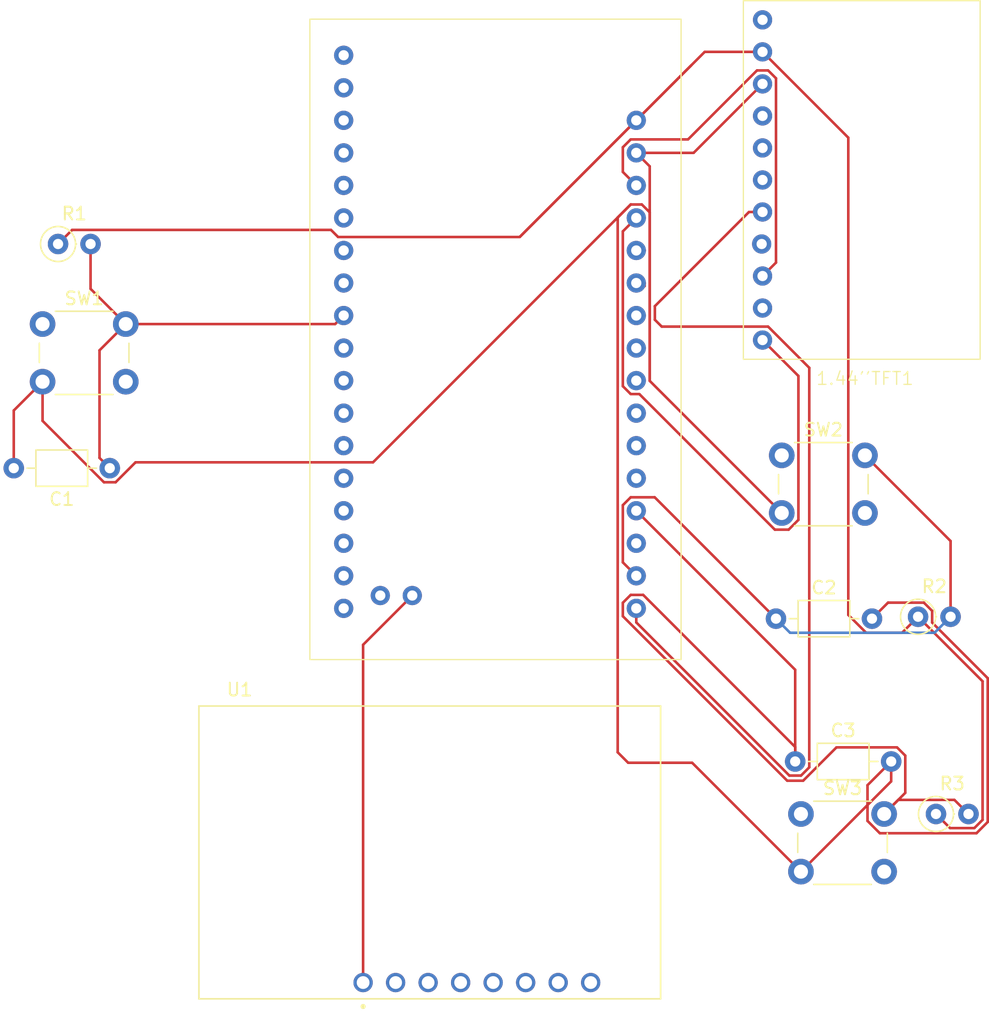
<source format=kicad_pcb>
(kicad_pcb (version 20241229) (generator "pcbnew") (generator_version "9.0")
  (layers (0 "F.Cu" signal) (2 "B.Cu" signal) (13 "F.Paste" user) (15 "B.Paste" user) (5 "F.SilkS" user "F.Silkscreen") (7 "B.SilkS" user "B.Silkscreen") (1 "F.Mask" user) (3 "B.Mask" user) (25 "Edge.Cuts" user))
  (net 0 "")
  (net 3 "/25")
  (net 4 "+3.3V")
  (net 5 "/27")
  (net 7 "/28")
  (net 8 "/26")
  (net 9 "/23")
  (net 10 "/GND")
  (net 12 "/9")
  (net 13 "/38")
  (net 22 "+5V")
  (net 38 "/TEST")
  (footprint "capstone:SW_PUSH_6mm" (layer "F.Cu") (at 153 135)
    (property "Reference" "SW3" (at 3.25 -2 0) (layer "F.SilkS"))
    (property "Value" "SW_push_6mm")
    (fp_line (start -0.25 1.5) (end -0.25 3) (stroke (width 0.12)) (layer "F.SilkS"))
    (fp_line (start 1 5.5) (end 5.5 5.5) (stroke (width 0.12)) (layer "F.SilkS"))
    (fp_line (start 5.5 -1) (end 1 -1) (stroke (width 0.12)) (layer "F.SilkS"))
    (fp_line (start 6.75 3) (end 6.75 1.5) (stroke (width 0.12)) (layer "F.SilkS"))
    (pad "1" thru_hole circle (at 0 0 90) (size 2 2) (drill 1.1) (layers "*.Cu" "*.Mask"))
    (pad "2" thru_hole circle (at 0 4.5 90) (size 2 2) (drill 1.1) (layers "*.Cu" "*.Mask") (net 10 "/GND"))
    (pad "3" thru_hole circle (at 6.5 4.5 90) (size 2 2) (drill 1.1) (layers "*.Cu" "*.Mask"))
    (pad "4" thru_hole circle (at 6.5 0 90) (size 2 2) (drill 1.1) (layers "*.Cu" "*.Mask") (net 38 "/TEST"))
  )
  (footprint "capstone:1.44'' TFT" (layer "F.Cu") (at 150 73)
    (property "Reference" "1.44''TFT1" (at 8 28 0) (layer "F.SilkS") (effects (font (thickness 0.1))))
    (property "Value" "~")
    (fp_rect (start -1.5 -1.5) (end 17 26.5) (stroke (width 0.1)) (fill no) (layer "F.SilkS"))
    (pad "1" thru_hole circle (at 0 0 180) (size 1.5 1.5) (drill 0.8) (layers "*.Cu" "F.Mask"))
    (pad "2" thru_hole circle (at 0 2.5 180) (size 1.5 1.5) (drill 0.8) (layers "*.Cu" "F.Mask") (net 4 "+3.3V"))
    (pad "3" thru_hole circle (at 0 5 180) (size 1.5 1.5) (drill 0.8) (layers "*.Cu" "F.Mask") (net 10 "/GND"))
    (pad "4" thru_hole circle (at 0 7.5 180) (size 1.5 1.5) (drill 0.8) (layers "*.Cu" "F.Mask") (net 8 "/26"))
    (pad "5" thru_hole circle (at 0 10 180) (size 1.5 1.5) (drill 0.8) (layers "*.Cu" "F.Mask"))
    (pad "6" thru_hole circle (at 0 12.5 180) (size 1.5 1.5) (drill 0.8) (layers "*.Cu" "F.Mask") (net 5 "/27"))
    (pad "7" thru_hole circle (at 0 15 180) (size 1.5 1.5) (drill 0.8) (layers "*.Cu" "F.Mask") (net 7 "/28"))
    (pad "8" thru_hole circle (at -0.068127 17.5 180) (size 1.5 1.5) (drill 0.8) (layers "*.Cu" "F.Mask"))
    (pad "9" thru_hole circle (at 0 20 180) (size 1.5 1.5) (drill 0.8) (layers "*.Cu" "F.Mask") (net 9 "/23"))
    (pad "10" thru_hole oval (at 0 22.5 180) (size 1.5 1.5) (drill 0.8) (layers "*.Cu" "F.Mask"))
    (pad "11" thru_hole oval (at 0 25 180) (size 1.5 1.5) (drill 0.8) (layers "*.Cu" "F.Mask") (net 3 "/25"))
  )
  (footprint "capstone:UPduino_v2.1_36pin_corrected" (layer "F.Cu") (at 117.135 78.945)
    (property "Reference" "UpduinoV2.1" (hide yes))
    (property "Value" "~")
    (fp_rect (start -2.5 -6) (end 26.5 44) (stroke (width 0.1)) (fill no) (layer "F.SilkS"))
    (pad "1" thru_hole oval (at 0.14 -3.18 180) (size 1.5 1.5) (drill 0.8) (layers "F.Cu" "F.Mask"))
    (pad "2" thru_hole oval (at 0.14 -0.64 180) (size 1.5 1.5) (drill 0.8) (layers "F.Cu" "F.Mask"))
    (pad "3" thru_hole oval (at 0.14 1.9 180) (size 1.5 1.5) (drill 0.8) (layers "F.Cu" "F.Mask"))
    (pad "4" thru_hole oval (at 0.14 4.44 180) (size 1.5 1.5) (drill 0.8) (layers "F.Cu" "F.Mask"))
    (pad "5" thru_hole oval (at 0.14 6.98 180) (size 1.5 1.5) (drill 0.8) (layers "F.Cu" "F.Mask"))
    (pad "6" thru_hole oval (at 0.14 9.52 180) (size 1.5 1.5) (drill 0.8) (layers "F.Cu" "F.Mask"))
    (pad "7" thru_hole oval (at 0.14 12.06 180) (size 1.5 1.5) (drill 0.8) (layers "F.Cu" "F.Mask"))
    (pad "8" thru_hole oval (at 0.14 14.6 180) (size 1.5 1.5) (drill 0.8) (layers "F.Cu" "F.Mask"))
    (pad "9" thru_hole oval (at 0.14 17.14 180) (size 1.5 1.5) (drill 0.8) (layers "F.Cu" "F.Mask") (net 12 "/9"))
    (pad "10" thru_hole oval (at 0.14 19.68 180) (size 1.5 1.5) (drill 0.8) (layers "F.Cu" "F.Mask"))
    (pad "11" thru_hole oval (at 0.14 22.22 180) (size 1.5 1.5) (drill 0.8) (layers "F.Cu" "F.Mask"))
    (pad "12" thru_hole oval (at 0.14 24.76 180) (size 1.5 1.5) (drill 0.8) (layers "F.Cu" "F.Mask"))
    (pad "13" thru_hole oval (at 0.14 27.3 180) (size 1.5 1.5) (drill 0.8) (layers "F.Cu" "F.Mask"))
    (pad "14" thru_hole oval (at 0.14 29.84 180) (size 1.5 1.5) (drill 0.8) (layers "F.Cu" "F.Mask"))
    (pad "15" thru_hole oval (at 0.14 32.38 180) (size 1.5 1.5) (drill 0.8) (layers "F.Cu" "F.Mask"))
    (pad "16" thru_hole oval (at 0.14 34.92 180) (size 1.5 1.5) (drill 0.8) (layers "F.Cu" "F.Mask"))
    (pad "17" thru_hole oval (at 0.14 37.46 180) (size 1.5 1.5) (drill 0.8) (layers "F.Cu" "F.Mask"))
    (pad "18" thru_hole circle (at 0.14 40 180) (size 1.5 1.5) (drill 0.8) (layers "*.Cu" "F.Mask"))
    (pad "19" thru_hole oval (at 23 1.9 180) (size 1.5 1.5) (drill 0.8) (layers "F.Cu" "F.Mask") (net 4 "+3.3V"))
    (pad "20" thru_hole oval (at 23 4.44 180) (size 1.5 1.5) (drill 0.8) (layers "F.Cu" "F.Mask") (net 10 "/GND"))
    (pad "21" thru_hole oval (at 23 6.98 180) (size 1.5 1.5) (drill 0.8) (layers "F.Cu" "F.Mask") (net 9 "/23"))
    (pad "22" thru_hole oval (at 23 9.52 180) (size 1.5 1.5) (drill 0.8) (layers "F.Cu" "F.Mask") (net 3 "/25"))
    (pad "23" thru_hole oval (at 23 12.06 180) (size 1.5 1.5) (drill 0.8) (layers "F.Cu" "F.Mask") (net 8 "/26"))
    (pad "24" thru_hole oval (at 23 14.6 180) (size 1.5 1.5) (drill 0.8) (layers "F.Cu" "F.Mask") (net 5 "/27"))
    (pad "25" thru_hole oval (at 23 17.14 180) (size 1.5 1.5) (drill 0.8) (layers "F.Cu" "F.Mask"))
    (pad "26" thru_hole oval (at 23 19.68 180) (size 1.5 1.5) (drill 0.8) (layers "F.Cu" "F.Mask"))
    (pad "27" thru_hole oval (at 23 22.22 180) (size 1.5 1.5) (drill 0.8) (layers "F.Cu" "F.Mask"))
    (pad "28" thru_hole oval (at 23 24.76 180) (size 1.5 1.5) (drill 0.8) (layers "F.Cu" "F.Mask"))
    (pad "29" thru_hole oval (at 23 27.3 180) (size 1.5 1.5) (drill 0.8) (layers "F.Cu" "F.Mask"))
    (pad "30" thru_hole oval (at 23 29.84 180) (size 1.5 1.5) (drill 0.8) (layers "F.Cu" "F.Mask"))
    (pad "31" thru_hole oval (at 23 32.38 180) (size 1.5 1.5) (drill 0.8) (layers "F.Cu" "F.Mask") (net 38 "/TEST"))
    (pad "32" thru_hole oval (at 23 34.92 180) (size 1.5 1.5) (drill 0.8) (layers "F.Cu" "F.Mask"))
    (pad "33" thru_hole oval (at 23 37.46 180) (size 1.5 1.5) (drill 0.8) (layers "F.Cu" "F.Mask") (net 13 "/38"))
    (pad "34" thru_hole circle (at 23 40 180) (size 1.5 1.5) (drill 0.8) (layers "*.Cu" "F.Mask") (net 7 "/28"))
    (pad "35" thru_hole oval (at 3 39 180) (size 1.5 1.5) (drill 0.8) (layers "*.Cu" "F.Mask") (net 10 "/GND"))
    (pad "36" thru_hole oval (at 5.5 39 180) (size 1.5 1.5) (drill 0.8) (layers "*.Cu" "F.Mask") (net 22 "+5V"))
  )
  (footprint "capstone:MODULE_PowerBoost 500 Charger" (layer "F.Cu") (at 124 138)
    (property "Reference" "U1" (at -14.859 -12.705 0) (layer "F.SilkS"))
    (property "Value" "2465")
    (fp_line (start -18.034 -11.43) (end 18.034 -11.43) (stroke (width 0.127)) (layer "F.SilkS"))
    (fp_line (start -18.034 11.43) (end -18.034 -11.43) (stroke (width 0.127)) (layer "F.SilkS"))
    (fp_line (start 18.034 -11.43) (end 18.034 11.43) (stroke (width 0.127)) (layer "F.SilkS"))
    (fp_line (start 18.034 11.43) (end -18.034 11.43) (stroke (width 0.127)) (layer "F.SilkS"))
    (fp_circle (center -5.207 12.03) (end -5.107 12.03) (stroke (width 0.2)) (fill no) (layer "F.SilkS"))
    (pad "1" thru_hole circle (at -5.207 10.16) (size 1.508 1.508) (drill 1) (layers "*.Cu" "*.Mask") (net 22 "+5V"))
    (pad "2" thru_hole circle (at -2.667 10.16) (size 1.508 1.508) (drill 1) (layers "*.Cu" "*.Mask") (net 10 "/GND"))
    (pad "3" thru_hole circle (at -0.127 10.16) (size 1.508 1.508) (drill 1) (layers "*.Cu" "*.Mask"))
    (pad "4" thru_hole circle (at 2.413 10.16) (size 1.508 1.508) (drill 1) (layers "*.Cu" "*.Mask"))
    (pad "5" thru_hole circle (at 4.953 10.16) (size 1.508 1.508) (drill 1) (layers "*.Cu" "*.Mask"))
    (pad "6" thru_hole circle (at 7.493 10.16) (size 1.508 1.508) (drill 1) (layers "*.Cu" "*.Mask"))
    (pad "7" thru_hole circle (at 10.033 10.16) (size 1.508 1.508) (drill 1) (layers "*.Cu" "*.Mask"))
    (pad "8" thru_hole circle (at 12.573 10.16) (size 1.508 1.508) (drill 1) (layers "*.Cu" "*.Mask"))
  )
  (footprint "Capacitor_THT:C_Axial_L3.8mm_D2.6mm_P7.50mm_Horizontal" (layer "F.Cu") (at 99 108 180)
    (property "Reference" "C1" (at 3.75 -2.42 0) (layer "F.SilkS"))
    (property "Value" "C")
    (fp_line (start 6.46 0) (end 5.77 0) (stroke (width 0.12)) (layer "F.SilkS"))
    (fp_line (start 1.04 0) (end 1.73 0) (stroke (width 0.12)) (layer "F.SilkS"))
    (fp_rect (start 1.73 -1.42) (end 5.77 1.42) (stroke (width 0.12)) (fill no) (layer "F.SilkS"))
    (pad "1" thru_hole circle (at 0 0 180) (size 1.6 1.6) (drill 0.8) (layers "*.Cu" "*.Mask") (net 12 "/9"))
    (pad "2" thru_hole circle (at 7.5 0 180) (size 1.6 1.6) (drill 0.8) (layers "*.Cu" "*.Mask") (net 10 "/GND"))
  )
  (footprint "capstone:SW_PUSH_6mm" (layer "F.Cu") (at 151.5 107)
    (property "Reference" "SW2" (at 3.25 -2 0) (layer "F.SilkS"))
    (property "Value" "SW_push_6mm")
    (fp_line (start -0.25 1.5) (end -0.25 3) (stroke (width 0.12)) (layer "F.SilkS"))
    (fp_line (start 1 5.5) (end 5.5 5.5) (stroke (width 0.12)) (layer "F.SilkS"))
    (fp_line (start 5.5 -1) (end 1 -1) (stroke (width 0.12)) (layer "F.SilkS"))
    (fp_line (start 6.75 3) (end 6.75 1.5) (stroke (width 0.12)) (layer "F.SilkS"))
    (pad "1" thru_hole circle (at 0 0 90) (size 2 2) (drill 1.1) (layers "*.Cu" "*.Mask"))
    (pad "2" thru_hole circle (at 0 4.5 90) (size 2 2) (drill 1.1) (layers "*.Cu" "*.Mask") (net 10 "/GND"))
    (pad "3" thru_hole circle (at 6.5 4.5 90) (size 2 2) (drill 1.1) (layers "*.Cu" "*.Mask"))
    (pad "4" thru_hole circle (at 6.5 0 90) (size 2 2) (drill 1.1) (layers "*.Cu" "*.Mask") (net 13 "/38"))
  )
  (footprint "Resistor_THT:R_Axial_DIN0207_L6.3mm_D2.5mm_P2.54mm_Vertical" (layer "F.Cu") (at 162.15 119.6)
    (property "Reference" "R2" (at 1.27 -2.37 0) (layer "F.SilkS"))
    (property "Value" "R")
    (fp_line (start 1.37 0) (end 1.44 0) (stroke (width 0.12)) (layer "F.SilkS"))
    (fp_circle (center 0 0) (end 1.37 0) (stroke (width 0.12)) (fill no) (layer "F.SilkS"))
    (pad "1" thru_hole circle (at 0 0) (size 1.6 1.6) (drill 0.8) (layers "*.Cu" "*.Mask") (net 4 "+3.3V"))
    (pad "2" thru_hole circle (at 2.54 0) (size 1.6 1.6) (drill 0.8) (layers "*.Cu" "*.Mask") (net 13 "/38"))
  )
  (footprint "capstone:SW_PUSH_6mm" (layer "F.Cu") (at 93.75 96.75)
    (property "Reference" "SW1" (at 3.25 -2 0) (layer "F.SilkS"))
    (property "Value" "SW_push_6mm")
    (fp_line (start -0.25 1.5) (end -0.25 3) (stroke (width 0.12)) (layer "F.SilkS"))
    (fp_line (start 1 5.5) (end 5.5 5.5) (stroke (width 0.12)) (layer "F.SilkS"))
    (fp_line (start 5.5 -1) (end 1 -1) (stroke (width 0.12)) (layer "F.SilkS"))
    (fp_line (start 6.75 3) (end 6.75 1.5) (stroke (width 0.12)) (layer "F.SilkS"))
    (pad "1" thru_hole circle (at 0 0 90) (size 2 2) (drill 1.1) (layers "*.Cu" "*.Mask"))
    (pad "2" thru_hole circle (at 0 4.5 90) (size 2 2) (drill 1.1) (layers "*.Cu" "*.Mask") (net 10 "/GND"))
    (pad "3" thru_hole circle (at 6.5 4.5 90) (size 2 2) (drill 1.1) (layers "*.Cu" "*.Mask"))
    (pad "4" thru_hole circle (at 6.5 0 90) (size 2 2) (drill 1.1) (layers "*.Cu" "*.Mask") (net 12 "/9"))
  )
  (footprint "Capacitor_THT:C_Axial_L3.8mm_D2.6mm_P7.50mm_Horizontal" (layer "F.Cu") (at 151.05 119.75)
    (property "Reference" "C2" (at 3.75 -2.42 0) (layer "F.SilkS"))
    (property "Value" "C")
    (fp_line (start 1.04 0) (end 1.73 0) (stroke (width 0.12)) (layer "F.SilkS"))
    (fp_line (start 6.46 0) (end 5.77 0) (stroke (width 0.12)) (layer "F.SilkS"))
    (fp_rect (start 1.73 -1.42) (end 5.77 1.42) (stroke (width 0.12)) (fill no) (layer "F.SilkS"))
    (pad "1" thru_hole circle (at 0 0) (size 1.6 1.6) (drill 0.8) (layers "*.Cu" "*.Mask") (net 13 "/38"))
    (pad "2" thru_hole circle (at 7.5 0) (size 1.6 1.6) (drill 0.8) (layers "*.Cu" "*.Mask") (net 10 "/GND"))
  )
  (footprint "Resistor_THT:R_Axial_DIN0207_L6.3mm_D2.5mm_P2.54mm_Vertical" (layer "F.Cu") (at 94.96 90.5)
    (property "Reference" "R1" (at 1.27 -2.37 0) (layer "F.SilkS"))
    (property "Value" "R")
    (fp_line (start 1.37 0) (end 1.44 0) (stroke (width 0.12)) (layer "F.SilkS"))
    (fp_circle (center 0 0) (end 1.37 0) (stroke (width 0.12)) (fill no) (layer "F.SilkS"))
    (pad "1" thru_hole circle (at 0 0) (size 1.6 1.6) (drill 0.8) (layers "*.Cu" "*.Mask") (net 4 "+3.3V"))
    (pad "2" thru_hole circle (at 2.54 0) (size 1.6 1.6) (drill 0.8) (layers "*.Cu" "*.Mask") (net 12 "/9"))
  )
  (footprint "Resistor_THT:R_Axial_DIN0207_L6.3mm_D2.5mm_P2.54mm_Vertical" (layer "F.Cu") (at 163.55 135)
    (property "Reference" "R3" (at 1.27 -2.37 0) (layer "F.SilkS"))
    (property "Value" "R")
    (fp_line (start 1.37 0) (end 1.44 0) (stroke (width 0.12)) (layer "F.SilkS"))
    (fp_circle (center 0 0) (end 1.37 0) (stroke (width 0.12)) (fill no) (layer "F.SilkS"))
    (pad "1" thru_hole circle (at 0 0) (size 1.6 1.6) (drill 0.8) (layers "*.Cu" "*.Mask") (net 4 "+3.3V"))
    (pad "2" thru_hole circle (at 2.54 0) (size 1.6 1.6) (drill 0.8) (layers "*.Cu" "*.Mask") (net 38 "/TEST"))
  )
  (footprint "Capacitor_THT:C_Axial_L3.8mm_D2.6mm_P7.50mm_Horizontal" (layer "F.Cu") (at 152.55 130.9)
    (property "Reference" "C3" (at 3.75 -2.42 0) (layer "F.SilkS"))
    (property "Value" "C")
    (fp_line (start 1.04 0) (end 1.73 0) (stroke (width 0.12)) (layer "F.SilkS"))
    (fp_line (start 6.46 0) (end 5.77 0) (stroke (width 0.12)) (layer "F.SilkS"))
    (fp_rect (start 1.73 -1.42) (end 5.77 1.42) (stroke (width 0.12)) (fill no) (layer "F.SilkS"))
    (pad "1" thru_hole circle (at 0 0) (size 1.6 1.6) (drill 0.8) (layers "*.Cu" "*.Mask") (net 38 "/TEST"))
    (pad "2" thru_hole circle (at 7.5 0) (size 1.6 1.6) (drill 0.8) (layers "*.Cu" "*.Mask") (net 10 "/GND"))
  )
  (segment (start 139.084 89.516) (end 139.084 101.600339) (width 0.2) (layer "F.Cu") (net 3))
  (segment (start 152.801 112.038892) (end 152.801 100.801) (width 0.2) (layer "F.Cu") (net 3))
  (segment (start 152.038892 112.801) (end 152.801 112.038892) (width 0.2) (layer "F.Cu") (net 3))
  (segment (start 140.135 88.465) (end 139.084 89.516) (width 0.2) (layer "F.Cu") (net 3))
  (segment (start 150.961108 112.801) (end 152.038892 112.801) (width 0.2) (layer "F.Cu") (net 3))
  (segment (start 140.376108 102.216) (end 150.961108 112.801) (width 0.2) (layer "F.Cu") (net 3))
  (segment (start 139.084 101.600339) (end 139.699661 102.216) (width 0.2) (layer "F.Cu") (net 3))
  (segment (start 152.801 100.801) (end 150 98) (width 0.2) (layer "F.Cu") (net 3))
  (segment (start 139.699661 102.216) (end 140.376108 102.216) (width 0.2) (layer "F.Cu") (net 3))
  (segment (start 166.54605 136.101) (end 167.191 135.45605) (width 0.2) (layer "F.Cu") (net 4))
  (segment (start 160.899 120.851) (end 158.09395 120.851) (width 0.2) (layer "F.Cu") (net 4))
  (segment (start 156.699 119.45605) (end 156.699 82.199) (width 0.2) (layer "F.Cu") (net 4))
  (segment (start 94.96 90.5) (end 96.061 89.399) (width 0.2) (layer "F.Cu") (net 4))
  (segment (start 167.191 135.45605) (end 167.191 124.641) (width 0.2) (layer "F.Cu") (net 4))
  (segment (start 158.09395 120.851) (end 156.699 119.45605) (width 0.2) (layer "F.Cu") (net 4))
  (segment (start 163.55 135) (end 164.651 136.101) (width 0.2) (layer "F.Cu") (net 4))
  (segment (start 131.026 89.954) (end 140.135 80.845) (width 0.2) (layer "F.Cu") (net 4))
  (segment (start 156.699 82.199) (end 150 75.5) (width 0.2) (layer "F.Cu") (net 4))
  (segment (start 162.15 119.6) (end 160.899 120.851) (width 0.2) (layer "F.Cu") (net 4))
  (segment (start 96.061 89.399) (end 116.284661 89.399) (width 0.2) (layer "F.Cu") (net 4))
  (segment (start 164.651 136.101) (end 166.54605 136.101) (width 0.2) (layer "F.Cu") (net 4))
  (segment (start 167.191 124.641) (end 162.15 119.6) (width 0.2) (layer "F.Cu") (net 4))
  (segment (start 150 75.5) (end 145.48 75.5) (width 0.2) (layer "F.Cu") (net 4))
  (segment (start 131.026 89.954) (end 144.432 76.548) (width 0.2) (layer "F.Cu") (net 4))
  (segment (start 116.284661 89.399) (end 116.839661 89.954) (width 0.2) (layer "F.Cu") (net 4))
  (segment (start 145.48 75.5) (end 140.135 80.845) (width 0.2) (layer "F.Cu") (net 4))
  (segment (start 116.839661 89.954) (end 131.026 89.954) (width 0.2) (layer "F.Cu") (net 4))
  (segment (start 140.135 93.545) (end 140.545 93.545) (width 0.2) (layer "F.Cu") (net 5))
  (segment (start 140.785 93.785) (end 140.785 93.545) (width 0.2) (layer "F.Cu") (net 5))
  (segment (start 140.545 93.545) (end 140.785 93.785) (width 0.2) (layer "F.Cu") (net 5))
  (segment (start 148.93934 88) (end 150 88) (width 0.2) (layer "F.Cu") (net 7))
  (segment (start 153.651 131.35605) (end 153.651 100.164661) (width 0.2) (layer "F.Cu") (net 7))
  (segment (start 150.435339 96.949) (end 142.123 96.949) (width 0.2) (layer "F.Cu") (net 7))
  (segment (start 153.00605 132.001) (end 153.651 131.35605) (width 0.2) (layer "F.Cu") (net 7))
  (segment (start 141.587 96.413) (end 141.587 95.35234) (width 0.2) (layer "F.Cu") (net 7))
  (segment (start 152.09395 132.001) (end 153.00605 132.001) (width 0.2) (layer "F.Cu") (net 7))
  (segment (start 140.135 120.04205) (end 152.09395 132.001) (width 0.2) (layer "F.Cu") (net 7))
  (segment (start 140.135 118.945) (end 140.135 120.04205) (width 0.2) (layer "F.Cu") (net 7))
  (segment (start 142.123 96.949) (end 141.587 96.413) (width 0.2) (layer "F.Cu") (net 7))
  (segment (start 153.651 100.164661) (end 150.435339 96.949) (width 0.2) (layer "F.Cu") (net 7))
  (segment (start 141.587 95.35234) (end 148.93934 88) (width 0.2) (layer "F.Cu") (net 7))
  (segment (start 140.785 91.005) (end 140.785 91) (width 0.2) (layer "F.Cu") (net 8))
  (segment (start 140.135 91.005) (end 140.785 91.005) (width 0.2) (layer "F.Cu") (net 8))
  (segment (start 140.135 85.925) (end 139.084 84.874) (width 0.2) (layer "F.Cu") (net 9))
  (segment (start 149.564661 76.949) (end 150.435339 76.949) (width 0.2) (layer "F.Cu") (net 9))
  (segment (start 139.084 82.949661) (end 139.699661 82.334) (width 0.2) (layer "F.Cu") (net 9))
  (segment (start 144.179661 82.334) (end 149.564661 76.949) (width 0.2) (layer "F.Cu") (net 9))
  (segment (start 139.699661 82.334) (end 144.179661 82.334) (width 0.2) (layer "F.Cu") (net 9))
  (segment (start 139.084 84.874) (end 139.084 82.949661) (width 0.2) (layer "F.Cu") (net 9))
  (segment (start 150.435339 76.949) (end 151.051 77.564661) (width 0.2) (layer "F.Cu") (net 9))
  (segment (start 151.051 77.564661) (end 151.051 91.949) (width 0.2) (layer "F.Cu") (net 9))
  (segment (start 151.051 91.949) (end 150 93) (width 0.2) (layer "F.Cu") (net 9))
  (segment (start 167.592 135.62215) (end 167.592 124.39705) (width 0.2) (layer "F.Cu") (net 10))
  (segment (start 98.54395 109.101) (end 99.45605 109.101) (width 0.2) (layer "F.Cu") (net 10))
  (segment (start 99.45605 109.101) (end 101.0131 107.54395) (width 0.2) (layer "F.Cu") (net 10))
  (segment (start 144.5 131) (end 153 139.5) (width 0.2) (layer "F.Cu") (net 10))
  (segment (start 91.5 103.5) (end 91.5 108) (width 0.2) (layer "F.Cu") (net 10))
  (segment (start 153 139.5) (end 160.05 132.45) (width 0.2) (layer "F.Cu") (net 10))
  (segment (start 158.199 132.751) (end 158.199 135.538892) (width 0.2) (layer "F.Cu") (net 10))
  (segment (start 141.186 88.029661) (end 141.186 101.186) (width 0.2) (layer "F.Cu") (net 10))
  (segment (start 160.05 130.9) (end 158.199 132.751) (width 0.2) (layer "F.Cu") (net 10))
  (segment (start 140.570339 87.414) (end 141.186 88.029661) (width 0.2) (layer "F.Cu") (net 10))
  (segment (start 166.71215 136.502) (end 167.592 135.62215) (width 0.2) (layer "F.Cu") (net 10))
  (segment (start 93.75 104.30705) (end 98.54395 109.101) (width 0.2) (layer "F.Cu") (net 10))
  (segment (start 138.683 130.183) (end 139.5 131) (width 0.2) (layer "F.Cu") (net 10))
  (segment (start 162.60605 118.499) (end 159.801 118.499) (width 0.2) (layer "F.Cu") (net 10))
  (segment (start 139.699661 87.414) (end 138.683 88.430661) (width 0.2) (layer "F.Cu") (net 10))
  (segment (start 144.615 83.385) (end 150 78) (width 0.2) (layer "F.Cu") (net 10))
  (segment (start 160.05 132.45) (end 160.05 130.9) (width 0.2) (layer "F.Cu") (net 10))
  (segment (start 138.683 88.430661) (end 138.683 130.183) (width 0.2) (layer "F.Cu") (net 10))
  (segment (start 159.801 118.499) (end 158.55 119.75) (width 0.2) (layer "F.Cu") (net 10))
  (segment (start 139.5 131) (end 144.5 131) (width 0.2) (layer "F.Cu") (net 10))
  (segment (start 101.0131 107.54395) (end 119.569711 107.54395) (width 0.2) (layer "F.Cu") (net 10))
  (segment (start 141.186 101.186) (end 151.5 111.5) (width 0.2) (layer "F.Cu") (net 10))
  (segment (start 163.251 120.05605) (end 163.251 119.14395) (width 0.2) (layer "F.Cu") (net 10))
  (segment (start 158.199 135.538892) (end 159.162108 136.502) (width 0.2) (layer "F.Cu") (net 10))
  (segment (start 163.251 119.14395) (end 162.60605 118.499) (width 0.2) (layer "F.Cu") (net 10))
  (segment (start 167.592 124.39705) (end 163.251 120.05605) (width 0.2) (layer "F.Cu") (net 10))
  (segment (start 140.135 83.385) (end 141.186 84.436) (width 0.2) (layer "F.Cu") (net 10))
  (segment (start 93.75 101.25) (end 91.5 103.5) (width 0.2) (layer "F.Cu") (net 10))
  (segment (start 141.186 84.436) (end 141.186 101.186) (width 0.2) (layer "F.Cu") (net 10))
  (segment (start 119.569711 107.54395) (end 123.686 103.427661) (width 0.2) (layer "F.Cu") (net 10))
  (segment (start 93.75 101.25) (end 93.75 104.30705) (width 0.2) (layer "F.Cu") (net 10))
  (segment (start 140.135 83.385) (end 144.615 83.385) (width 0.2) (layer "F.Cu") (net 10))
  (segment (start 159.162108 136.502) (end 166.71215 136.502) (width 0.2) (layer "F.Cu") (net 10))
  (segment (start 139.699661 87.414) (end 140.570339 87.414) (width 0.2) (layer "F.Cu") (net 10))
  (segment (start 123.686 103.427661) (end 139.699661 87.414) (width 0.2) (layer "F.Cu") (net 10))
  (segment (start 98.200001 98.799999) (end 98.200001 107.200001) (width 0.2) (layer "F.Cu") (net 12))
  (segment (start 97.5 94) (end 97.5 90.5) (width 0.2) (layer "F.Cu") (net 12))
  (segment (start 100.25 96.75) (end 116.61 96.75) (width 0.2) (layer "F.Cu") (net 12))
  (segment (start 98.200001 107.200001) (end 99 108) (width 0.2) (layer "F.Cu") (net 12))
  (segment (start 100.25 96.75) (end 97.5 94) (width 0.2) (layer "F.Cu") (net 12))
  (segment (start 100.25 96.75) (end 98.200001 98.799999) (width 0.2) (layer "F.Cu") (net 12))
  (segment (start 116.61 96.75) (end 117.275 96.085) (width 0.2) (layer "F.Cu") (net 12))
  (segment (start 139.699661 110.274) (end 141.574 110.274) (width 0.2) (layer "F.Cu") (net 13))
  (segment (start 141.574 110.274) (end 151.05 119.75) (width 0.2) (layer "F.Cu") (net 13))
  (segment (start 139.084 115.354) (end 139.084 110.889661) (width 0.2) (layer "F.Cu") (net 13))
  (segment (start 164.69 113.69) (end 164.69 119.6) (width 0.2) (layer "F.Cu") (net 13))
  (segment (start 140.135 116.405) (end 139.084 115.354) (width 0.2) (layer "F.Cu") (net 13))
  (segment (start 139.084 110.889661) (end 139.699661 110.274) (width 0.2) (layer "F.Cu") (net 13))
  (segment (start 158 107) (end 164.69 113.69) (width 0.2) (layer "F.Cu") (net 13))
  (segment (start 163.439 120.851) (end 152.151 120.851) (width 0.2) (layer "B.Cu") (net 13))
  (segment (start 152.151 120.851) (end 151.05 119.75) (width 0.2) (layer "B.Cu") (net 13))
  (segment (start 164.69 119.6) (end 163.439 120.851) (width 0.2) (layer "B.Cu") (net 13))
  (segment (start 118.793 121.787) (end 122.635 117.945) (width 0.2) (layer "F.Cu") (net 22))
  (segment (start 118.793 148.66) (end 118.793 121.787) (width 0.2) (layer "F.Cu") (net 22))
  (segment (start 164.989 133.899) (end 166.09 135) (width 0.2) (layer "F.Cu") (net 38))
  (segment (start 161.151 133.349) (end 161.151 130.44395) (width 0.2) (layer "F.Cu") (net 38))
  (segment (start 152.55 129.76863) (end 152.55 130.9) (width 0.2) (layer "F.Cu") (net 38))
  (segment (start 151.92785 132.402) (end 139.084 119.55815) (width 0.2) (layer "F.Cu") (net 38))
  (segment (start 153.17215 132.402) (end 151.92785 132.402) (width 0.2) (layer "F.Cu") (net 38))
  (segment (start 159.5 135) (end 160.601 133.899) (width 0.2) (layer "F.Cu") (net 38))
  (segment (start 160.50605 129.799) (end 155.77515 129.799) (width 0.2) (layer "F.Cu") (net 38))
  (segment (start 159.5 135) (end 161.151 133.349) (width 0.2) (layer "F.Cu") (net 38))
  (segment (start 139.699661 117.894) (end 140.67537 117.894) (width 0.2) (layer "F.Cu") (net 38))
  (segment (start 140.67537 117.894) (end 152.55 129.76863) (width 0.2) (layer "F.Cu") (net 38))
  (segment (start 152.55 123.74) (end 152.55 130.9) (width 0.2) (layer "F.Cu") (net 38))
  (segment (start 155.77515 129.799) (end 153.17215 132.402) (width 0.2) (layer "F.Cu") (net 38))
  (segment (start 161.151 130.44395) (end 160.50605 129.799) (width 0.2) (layer "F.Cu") (net 38))
  (segment (start 140.135 111.325) (end 152.55 123.74) (width 0.2) (layer "F.Cu") (net 38))
  (segment (start 139.084 118.509661) (end 139.699661 117.894) (width 0.2) (layer "F.Cu") (net 38))
  (segment (start 139.084 119.55815) (end 139.084 118.509661) (width 0.2) (layer "F.Cu") (net 38))
  (segment (start 160.601 133.899) (end 164.989 133.899) (width 0.2) (layer "F.Cu") (net 38))
)
</source>
